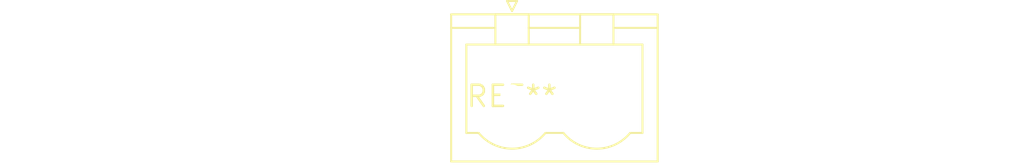
<source format=kicad_pcb>
(kicad_pcb (version 20240108) (generator pcbnew)
  (layers (0 "F.Cu" signal) (31 "B.Cu" signal) (34 "B.Paste" user) (35 "F.Paste" user) (36 "B.SilkS" user "B.Silkscreen") (37 "F.SilkS" user "F.Silkscreen") (38 "B.Mask" user) (39 "F.Mask" user) (44 "Edge.Cuts" user))
  (net 0 "")
  (footprint "PhoenixContact_MSTBVA_2,5_2-G-5,08_1x02_P5.08mm_Vertical" (layer "F.Cu") (at 0 0)
    (property "Reference" "REF**")
    (property "Value" "PhoenixContact_MSTBVA_2,5_2-G-5,08_1x02_P5.08mm_Vertical")
    (fp_line (start -3.65 -4.91) (end -3.65 3.91) (layer "F.SilkS") (stroke (width 0.12)))
    (fp_line (start -3.65 -4.1) (end -1.11 -4.1) (layer "F.SilkS") (stroke (width 0.12)))
    (fp_line (start -3.65 3.91) (end 8.73 3.91) (layer "F.SilkS") (stroke (width 0.12)))
    (fp_line (start -2.74 -3.1) (end 7.82 -3.1) (layer "F.SilkS") (stroke (width 0.12)))
    (fp_line (start -2.74 2.2) (end -2.74 -3.1) (layer "F.SilkS") (stroke (width 0.12)))
    (fp_line (start -2 2.2) (end -2.74 2.2) (layer "F.SilkS") (stroke (width 0.12)))
    (fp_line (start -1 -4.91) (end 1 -4.91) (layer "F.SilkS") (stroke (width 0.12)))
    (fp_line (start -1 -3.1) (end -1 -4.91) (layer "F.SilkS") (stroke (width 0.12)))
    (fp_line (start -0.3 -5.71) (end 0.3 -5.71) (layer "F.SilkS") (stroke (width 0.12)))
    (fp_line (start 0 -5.11) (end -0.3 -5.71) (layer "F.SilkS") (stroke (width 0.12)))
    (fp_line (start 0.3 -5.71) (end 0 -5.11) (layer "F.SilkS") (stroke (width 0.12)))
    (fp_line (start 1 -4.91) (end 1 -3.1) (layer "F.SilkS") (stroke (width 0.12)))
    (fp_line (start 1 -4.1) (end 4.08 -4.1) (layer "F.SilkS") (stroke (width 0.12)))
    (fp_line (start 1 -3.1) (end -1 -3.1) (layer "F.SilkS") (stroke (width 0.12)))
    (fp_line (start 2 2.2) (end 3.08 2.2) (layer "F.SilkS") (stroke (width 0.12)))
    (fp_line (start 4.08 -4.91) (end 6.08 -4.91) (layer "F.SilkS") (stroke (width 0.12)))
    (fp_line (start 4.08 -3.1) (end 4.08 -4.91) (layer "F.SilkS") (stroke (width 0.12)))
    (fp_line (start 6.08 -4.91) (end 6.08 -3.1) (layer "F.SilkS") (stroke (width 0.12)))
    (fp_line (start 6.08 -3.1) (end 4.08 -3.1) (layer "F.SilkS") (stroke (width 0.12)))
    (fp_line (start 7.82 -3.1) (end 7.82 2.2) (layer "F.SilkS") (stroke (width 0.12)))
    (fp_line (start 7.82 2.2) (end 7.08 2.2) (layer "F.SilkS") (stroke (width 0.12)))
    (fp_line (start 8.73 -4.91) (end -3.65 -4.91) (layer "F.SilkS") (stroke (width 0.12)))
    (fp_line (start 8.73 -4.1) (end 6.19 -4.1) (layer "F.SilkS") (stroke (width 0.12)))
    (fp_line (start 8.73 3.91) (end 8.73 -4.91) (layer "F.SilkS") (stroke (width 0.12)))
    (fp_arc (start 1.986842 2.215821) (mid -0.010289 3.142758) (end -2 2.2) (layer "F.SilkS") (stroke (width 0.12)))
    (fp_arc (start 7.066842 2.215821) (mid 5.069711 3.142758) (end 3.08 2.2) (layer "F.SilkS") (stroke (width 0.12)))
    (pad "1" thru_hole roundrect (at 0 0) (size 2.08 3.6) (drill 1.4) (layers *.Cu *.Mask) (remove_unused_layers) (roundrect_rratio 0.120192))
    (pad "2" thru_hole oval (at 5.08 0) (size 2.08 3.6) (drill 1.4) (layers *.Cu *.Mask) (remove_unused_layers))
  )
)
</source>
